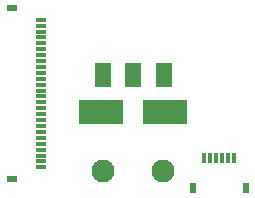
<source format=gts>
G04*
G04 #@! TF.GenerationSoftware,Altium Limited,Altium Designer,23.10.1 (27)*
G04*
G04 Layer_Color=8388736*
%FSLAX25Y25*%
%MOIN*%
G70*
G04*
G04 #@! TF.SameCoordinates,C1A9210B-CA7C-4178-8FF3-1732785E61EF*
G04*
G04*
G04 #@! TF.FilePolarity,Negative*
G04*
G01*
G75*
%ADD18R,0.14724X0.08425*%
%ADD19R,0.02126X0.03701*%
%ADD20R,0.01732X0.03701*%
%ADD21R,0.03701X0.01732*%
%ADD22R,0.03701X0.02126*%
%ADD23R,0.05669X0.08425*%
%ADD24C,0.07638*%
D18*
X10630Y-6299D02*
D03*
X-10630D02*
D03*
D19*
X19783Y-31398D02*
D03*
X37500D02*
D03*
D20*
X31594Y-21555D02*
D03*
X29626D02*
D03*
X27657D02*
D03*
X33563D02*
D03*
X25689D02*
D03*
X23720D02*
D03*
D21*
X-30709Y22638D02*
D03*
Y20669D02*
D03*
Y18701D02*
D03*
Y14764D02*
D03*
Y12795D02*
D03*
Y10827D02*
D03*
Y6890D02*
D03*
Y4921D02*
D03*
Y2953D02*
D03*
Y984D02*
D03*
Y-984D02*
D03*
Y-2953D02*
D03*
Y-4921D02*
D03*
Y-6890D02*
D03*
Y-10827D02*
D03*
Y-12795D02*
D03*
Y-14764D02*
D03*
Y-18701D02*
D03*
Y-20669D02*
D03*
Y-22638D02*
D03*
Y24606D02*
D03*
Y16732D02*
D03*
Y8858D02*
D03*
Y-8858D02*
D03*
Y-16732D02*
D03*
Y-24606D02*
D03*
D22*
X-40551Y28543D02*
D03*
Y-28543D02*
D03*
D23*
X0Y6299D02*
D03*
X10236D02*
D03*
X-10236D02*
D03*
D24*
X9764Y-25984D02*
D03*
X-10236D02*
D03*
M02*

</source>
